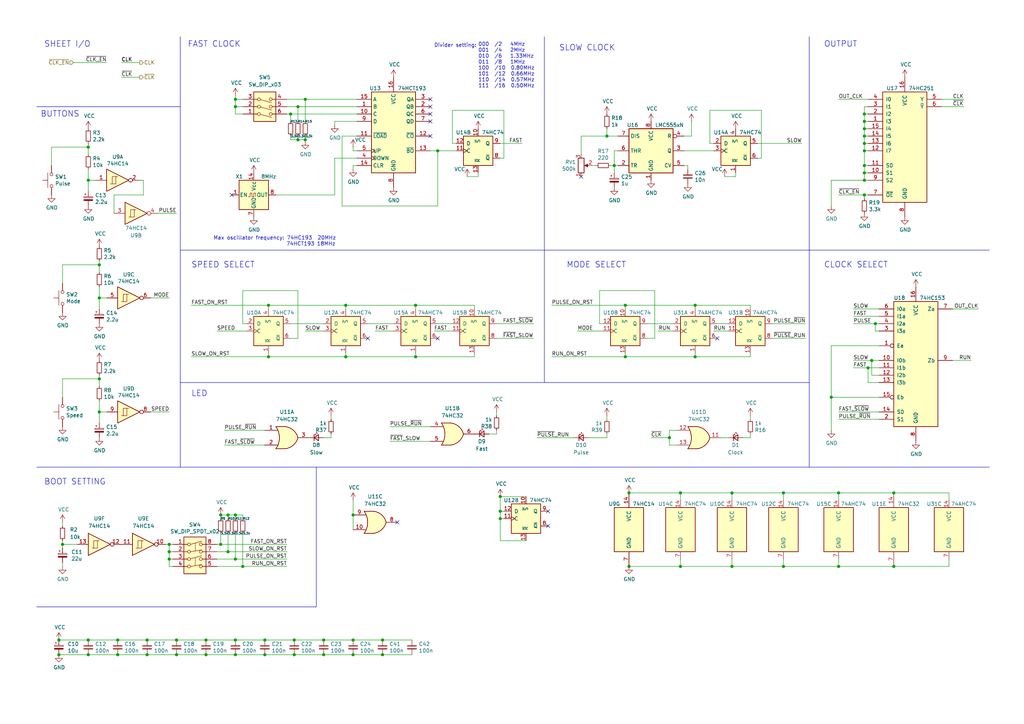
<source format=kicad_sch>
(kicad_sch (version 20250114) (generator "eeschema") (generator_version "9.0")
  (paper "User" 353.568 250.012)
  (title_block (title "Clock Module") (date "2023-05-23") (rev "A.32") (comment 2 "https://github.com/adrienkohlbecker/BB816") (comment 3 "Licensed under CERN-OHL-W v2") (comment 4 "Copyright © 2022-2023 Adrien Kohlbecker"))
  (text "OUTPUT" (at 284.48 16.51 0) (effects (font (size 2.0066 2.0066)) (justify left bottom)))
  (text "CLOCK SELECT" (at 284.48 92.71 0) (effects (font (size 2.0066 2.0066)) (justify left bottom)))
  (text "SHEET I/O" (at 15.24 16.51 0) (effects (font (size 2.0066 2.0066)) (justify left bottom)))
  (text "Max oscillator frequency: 74HC193  20MHz\n                          74HCT193 18MHz" (at 73.66 85.09 0) (effects (font (size 1.27 1.27)) (justify left bottom)))
  (text "LED" (at 66.04 137.16 0) (effects (font (size 2.0066 2.0066)) (justify left bottom)))
  (text "000  /2   4MHz\n001  /4   2MHz\n010  /6   1.33MHz\n011  /8   1MHz\n100  /10  0.80MHz\n101  /12  0.66MHz\n110  /14  0.57MHz\n111  /16  0.50MHz" (at 165.1 30.48 0) (effects (font (size 1.27 1.27)) (justify left bottom)))
  (text "BOOT SETTING" (at 15.24 167.64 0) (effects (font (size 2.0066 2.0066)) (justify left bottom)))
  (text "BUTTONS" (at 13.97 40.64 0) (effects (font (size 2.0066 2.0066)) (justify left bottom)))
  (text "Divider setting:" (at 149.86 16.51 0) (effects (font (size 1.27 1.27)) (justify left bottom)))
  (text "SLOW CLOCK" (at 193.04 17.78 0) (effects (font (size 2.0066 2.0066)) (justify left bottom)))
  (text "FAST CLOCK" (at 64.77 16.51 0) (effects (font (size 2.0066 2.0066)) (justify left bottom)))
  (text "Fast clock falling edge\n   => 2 * 10.5 ns (74AHC74) => FAST_SLOW selection bit\n   => 38 ns (74HC153) => CLK\n\nWe want the whole chain to happen \nbefore the fast clock has a rising edge\n\n=> minimum half period of the fast clock\n   2*10.5+38ns = 59ns\n=> maximum frequency of the fast clock\n   1000/59/2 = 8.47MHz" (at 364.49 50.8 0) (effects (font (size 1.27 1.27)) (justify left bottom)))
  (text "SPEED SELECT" (at 66.04 92.71 0) (effects (font (size 2.0066 2.0066)) (justify left bottom)))
  (text "MODE SELECT" (at 195.58 92.71 0) (effects (font (size 2.0066 2.0066)) (justify left bottom)))
  (text "=> overall, maximum frequency of the fast clock is 5.31MHz" (at 364.49 91.44 0) (effects (font (size 1.27 1.27)) (justify left bottom)))
  (text "Fast clock falling edge\n   => 35 ns (74HC153) => RUN\n   => 2 * 10.5 ns (74AHC74) => PULSE_RUN selection bit\n   => 38 ns (74HC153) => OUT_CLK\n\nWe want the whole chain to happen \nbefore the fast clock has a rising edge\n\n=> minimum half period of the fast clock\n   35+2*10.5+38ns = 94ns\n=> maximum frequency of the fast clock\n   1000/94/2 = 5.31MHz" (at 364.49 85.09 0) (effects (font (size 1.27 1.27)) (justify left bottom)))
  (junction (at 92.71 123.19))
  (junction (at 209.55 46.99))
  (junction (at 172.72 179.07))
  (junction (at 81.28 226.06))
  (junction (at 102.87 48.26))
  (junction (at 121.92 220.98))
  (junction (at 270.51 195.58))
  (junction (at 58.42 187.96))
  (junction (at 105.41 34.29))
  (junction (at 308.61 170.18))
  (junction (at 143.51 123.19))
  (junction (at 298.45 67.31))
  (junction (at 81.28 34.29))
  (junction (at 234.95 170.18))
  (junction (at 132.08 226.06))
  (junction (at 212.09 57.15))
  (junction (at 81.28 177.8))
  (junction (at 121.92 226.06))
  (junction (at 215.9 105.41))
  (junction (at 217.17 170.18))
  (junction (at 299.72 127))
  (junction (at 111.76 226.06))
  (junction (at 298.45 52.07))
  (junction (at 34.29 130.81))
  (junction (at 30.48 220.98))
  (junction (at 34.29 102.87))
  (junction (at 111.76 220.98))
  (junction (at 40.64 226.06))
  (junction (at 34.29 91.44))
  (junction (at 252.73 170.18))
  (junction (at 21.59 187.96))
  (junction (at 298.45 62.23))
  (junction (at 119.38 105.41))
  (junction (at 119.38 123.19))
  (junction (at 231.14 151.13))
  (junction (at 289.56 195.58))
  (junction (at 81.28 220.98))
  (junction (at 102.87 36.83))
  (junction (at 40.64 220.98))
  (junction (at 60.96 220.98))
  (junction (at 300.99 124.46))
  (junction (at 20.32 226.06))
  (junction (at 289.56 170.18))
  (junction (at 101.6 220.98))
  (junction (at 252.73 195.58))
  (junction (at 92.71 105.41))
  (junction (at 60.96 226.06))
  (junction (at 240.03 105.41))
  (junction (at 298.45 57.15))
  (junction (at 172.72 176.53))
  (junction (at 298.45 46.99))
  (junction (at 78.74 190.5))
  (junction (at 30.48 62.23))
  (junction (at 105.41 48.26))
  (junction (at 30.48 226.06))
  (junction (at 240.03 123.19))
  (junction (at 101.6 226.06))
  (junction (at 234.95 195.58))
  (junction (at 34.29 142.24))
  (junction (at 151.13 52.07))
  (junction (at 71.12 226.06))
  (junction (at 78.74 177.8))
  (junction (at 217.17 195.58))
  (junction (at 91.44 226.06))
  (junction (at 298.45 59.69))
  (junction (at 121.92 177.8))
  (junction (at 308.61 195.58))
  (junction (at 100.33 39.37))
  (junction (at 83.82 195.58))
  (junction (at 30.48 50.8))
  (junction (at 298.45 39.37))
  (junction (at 50.8 220.98))
  (junction (at 91.44 220.98))
  (junction (at 58.42 190.5))
  (junction (at 81.28 193.04))
  (junction (at 20.32 220.98))
  (junction (at 172.72 171.45))
  (junction (at 132.08 220.98))
  (junction (at 270.51 170.18))
  (junction (at 76.2 177.8))
  (junction (at 50.8 226.06))
  (junction (at 298.45 41.91))
  (junction (at 215.9 123.19))
  (junction (at 71.12 220.98))
  (junction (at 298.45 49.53))
  (junction (at 287.02 137.16))
  (junction (at 58.42 193.04))
  (junction (at 143.51 105.41))
  (junction (at 298.45 44.45))
  (junction (at 81.28 36.83))
  (junction (at 302.26 111.76))
  (junction (at 76.2 187.96))
  (no_connect (at 137.16 180.34))
  (no_connect (at 148.59 36.83))
  (no_connect (at 80.01 67.31))
  (no_connect (at 148.59 46.99))
  (no_connect (at 189.23 181.61))
  (no_connect (at 148.59 39.37))
  (no_connect (at 148.59 41.91))
  (no_connect (at 247.65 116.84))
  (no_connect (at 127 116.84))
  (no_connect (at 200.66 60.96))
  (no_connect (at 189.23 176.53))
  (no_connect (at 148.59 34.29))
  (no_connect (at 151.13 116.84))
  (wire (pts (xy 328.93 124.46) (xy 335.28 124.46)))
  (wire (pts (xy 165.1 60.96) (xy 161.29 60.96)))
  (wire (pts (xy 261.62 54.61) (xy 262.89 54.61)))
  (wire (pts (xy 302.26 111.76) (xy 302.26 114.3)))
  (wire (pts (xy 83.82 195.58) (xy 99.06 195.58)))
  (wire (pts (xy 78.74 184.15) (xy 78.74 190.5)))
  (wire (pts (xy 172.72 179.07) (xy 173.99 179.07)))
  (wire (pts (xy 77.47 148.59) (xy 91.44 148.59)))
  (wire (pts (xy 121.92 52.07) (xy 121.92 50.8)))
  (wire (pts (xy 171.45 111.76) (xy 184.15 111.76)))
  (wire (pts (xy 231.14 148.59) (xy 233.68 148.59)))
  (wire (pts (xy 298.45 67.31) (xy 299.72 67.31)))
  (wire (pts (xy 149.86 114.3) (xy 156.21 114.3)))
  (wire (pts (xy 71.12 220.98) (xy 60.96 220.98)))
  (wire (pts (xy 163.83 105.41) (xy 163.83 106.68)))
  (wire (pts (xy 102.87 48.26) (xy 105.41 48.26)))
  (wire (pts (xy 57.15 187.96) (xy 58.42 187.96)))
  (wire (pts (xy 207.01 111.76) (xy 208.28 111.76)))
  (wire (pts (xy 266.7 116.84) (xy 278.13 116.84)))
  (wire (pts (xy 92.71 106.68) (xy 92.71 105.41)))
  (wire (pts (xy 58.42 142.24) (xy 52.07 142.24)))
  (wire (pts (xy 30.48 62.23) (xy 30.48 66.04)))
  (wire (pts (xy 212.09 59.69) (xy 212.09 57.15)))
  (wire (pts (xy 74.93 190.5) (xy 78.74 190.5)))
  (wire (pts (xy 303.53 132.08) (xy 299.72 132.08)))
  (wire (pts (xy 252.73 170.18) (xy 252.73 172.72)))
  (wire (pts (xy 298.45 57.15) (xy 299.72 57.15)))
  (wire (pts (xy 100.33 111.76) (xy 111.76 111.76)))
  (wire (pts (xy 81.28 33.02) (xy 81.28 34.29)))
  (wire (pts (xy 21.59 97.79) (xy 21.59 91.44)))
  (wire (pts (xy 217.17 195.58) (xy 234.95 195.58)))
  (wire (pts (xy 302.26 111.76) (xy 303.53 111.76)))
  (wire (pts (xy 270.51 193.04) (xy 270.51 195.58)))
  (wire (pts (xy 234.95 170.18) (xy 234.95 172.72)))
  (polyline (pts (xy 62.23 132.08) (xy 279.4 132.08)))
  (wire (pts (xy 60.96 73.66) (xy 54.61 73.66)))
  (wire (pts (xy 21.59 130.81) (xy 34.29 130.81)))
  (wire (pts (xy 238.76 46.99) (xy 238.76 41.91)))
  (wire (pts (xy 298.45 49.53) (xy 299.72 49.53)))
  (wire (pts (xy 300.99 129.54) (xy 300.99 124.46)))
  (wire (pts (xy 121.92 172.72) (xy 121.92 177.8)))
  (wire (pts (xy 123.19 52.07) (xy 121.92 52.07)))
  (wire (pts (xy 132.08 226.06) (xy 142.24 226.06)))
  (wire (pts (xy 100.33 41.91) (xy 100.33 39.37)))
  (wire (pts (xy 252.73 170.18) (xy 270.51 170.18)))
  (wire (pts (xy 40.64 220.98) (xy 30.48 220.98)))
  (wire (pts (xy 17.78 50.8) (xy 30.48 50.8)))
  (wire (pts (xy 118.11 71.12) (xy 118.11 46.99)))
  (wire (pts (xy 199.39 114.3) (xy 208.28 114.3)))
  (wire (pts (xy 270.51 170.18) (xy 270.51 172.72)))
  (wire (pts (xy 74.93 187.96) (xy 76.2 187.96)))
  (wire (pts (xy 66.04 105.41) (xy 92.71 105.41)))
  (wire (pts (xy 173.99 54.61) (xy 173.99 38.1)))
  (wire (pts (xy 100.33 48.26) (xy 102.87 48.26)))
  (wire (pts (xy 212.09 52.07) (xy 212.09 57.15)))
  (wire (pts (xy 34.29 138.43) (xy 34.29 142.24)))
  (wire (pts (xy 298.45 39.37) (xy 298.45 41.91)))
  (wire (pts (xy 71.12 226.06) (xy 81.28 226.06)))
  (wire (pts (xy 30.48 50.8) (xy 30.48 53.34)))
  (wire (pts (xy 41.91 26.67) (xy 48.26 26.67)))
  (polyline (pts (xy 12.7 36.83) (xy 62.23 36.83)))
  (wire (pts (xy 252.73 195.58) (xy 234.95 195.58)))
  (wire (pts (xy 294.64 106.68) (xy 303.53 106.68)))
  (wire (pts (xy 287.02 119.38) (xy 287.02 137.16)))
  (wire (pts (xy 114.3 143.51) (xy 114.3 144.78)))
  (wire (pts (xy 134.62 152.4) (xy 148.59 152.4)))
  (wire (pts (xy 327.66 172.72) (xy 327.66 170.18)))
  (polyline (pts (xy 12.7 161.29) (xy 341.63 161.29)))
  (wire (pts (xy 270.51 170.18) (xy 289.56 170.18)))
  (wire (pts (xy 287.02 137.16) (xy 303.53 137.16)))
  (wire (pts (xy 30.48 58.42) (xy 30.48 62.23)))
  (wire (pts (xy 236.22 57.15) (xy 237.49 57.15)))
  (wire (pts (xy 21.59 186.69) (xy 21.59 187.96)))
  (wire (pts (xy 151.13 52.07) (xy 157.48 52.07)))
  (wire (pts (xy 92.71 123.19) (xy 92.71 121.92)))
  (wire (pts (xy 298.45 44.45) (xy 299.72 44.45)))
  (wire (pts (xy 100.33 39.37) (xy 123.19 39.37)))
  (wire (pts (xy 303.53 129.54) (xy 300.99 129.54)))
  (wire (pts (xy 207.01 100.33) (xy 207.01 111.76)))
  (wire (pts (xy 142.24 220.98) (xy 132.08 220.98)))
  (wire (pts (xy 121.92 226.06) (xy 132.08 226.06)))
  (wire (pts (xy 300.99 124.46) (xy 303.53 124.46)))
  (wire (pts (xy 240.03 123.19) (xy 259.08 123.19)))
  (wire (pts (xy 215.9 123.19) (xy 240.03 123.19)))
  (polyline (pts (xy 62.23 86.36) (xy 341.63 86.36)))
  (wire (pts (xy 298.45 49.53) (xy 298.45 52.07)))
  (wire (pts (xy 25.4 21.59) (xy 36.83 21.59)))
  (wire (pts (xy 39.37 73.66) (xy 39.37 67.31)))
  (wire (pts (xy 213.36 52.07) (xy 212.09 52.07)))
  (wire (pts (xy 185.42 151.13) (xy 198.12 151.13)))
  (wire (pts (xy 215.9 123.19) (xy 215.9 121.92)))
  (wire (pts (xy 156.21 49.53) (xy 157.48 49.53)))
  (wire (pts (xy 245.11 38.1) (xy 245.11 49.53)))
  (wire (pts (xy 259.08 123.19) (xy 259.08 121.92)))
  (wire (pts (xy 289.56 195.58) (xy 308.61 195.58)))
  (wire (pts (xy 172.72 54.61) (xy 173.99 54.61)))
  (wire (pts (xy 209.55 46.99) (xy 213.36 46.99)))
  (wire (pts (xy 21.59 91.44) (xy 34.29 91.44)))
  (wire (pts (xy 102.87 48.26) (xy 102.87 46.99)))
  (wire (pts (xy 81.28 184.15) (xy 81.28 193.04)))
  (wire (pts (xy 298.45 62.23) (xy 299.72 62.23)))
  (polyline (pts (xy 109.22 209.55) (xy 109.22 161.29)))
  (wire (pts (xy 115.57 41.91) (xy 115.57 43.18)))
  (wire (pts (xy 83.82 100.33) (xy 83.82 111.76)))
  (wire (pts (xy 308.61 195.58) (xy 327.66 195.58)))
  (wire (pts (xy 74.93 195.58) (xy 83.82 195.58)))
  (wire (pts (xy 143.51 105.41) (xy 163.83 105.41)))
  (wire (pts (xy 163.83 123.19) (xy 163.83 121.92)))
  (wire (pts (xy 76.2 184.15) (xy 76.2 187.96)))
  (wire (pts (xy 99.06 39.37) (xy 100.33 39.37)))
  (polyline (pts (xy 187.96 12.7) (xy 187.96 132.08)))
  (wire (pts (xy 298.45 44.45) (xy 298.45 46.99)))
  (wire (pts (xy 83.82 39.37) (xy 81.28 39.37)))
  (wire (pts (xy 34.29 102.87) (xy 34.29 106.68)))
  (wire (pts (xy 92.71 123.19) (xy 119.38 123.19)))
  (wire (pts (xy 58.42 190.5) (xy 58.42 193.04)))
  (wire (pts (xy 143.51 105.41) (xy 143.51 106.68)))
  (wire (pts (xy 298.45 36.83) (xy 299.72 36.83)))
  (wire (pts (xy 337.82 106.68) (xy 328.93 106.68)))
  (wire (pts (xy 327.66 195.58) (xy 327.66 193.04)))
  (wire (pts (xy 81.28 36.83) (xy 83.82 36.83)))
  (wire (pts (xy 60.96 226.06) (xy 71.12 226.06)))
  (wire (pts (xy 294.64 124.46) (xy 300.99 124.46)))
  (wire (pts (xy 49.53 62.23) (xy 48.26 62.23)))
  (wire (pts (xy 212.09 57.15) (xy 210.82 57.15)))
  (wire (pts (xy 209.55 149.86) (xy 209.55 151.13)))
  (wire (pts (xy 121.92 58.42) (xy 121.92 57.15)))
  (wire (pts (xy 99.06 36.83) (xy 102.87 36.83)))
  (wire (pts (xy 261.62 49.53) (xy 276.86 49.53)))
  (wire (pts (xy 21.59 194.31) (xy 21.59 195.58)))
  (wire (pts (xy 294.64 109.22) (xy 303.53 109.22)))
  (wire (pts (xy 77.47 153.67) (xy 91.44 153.67)))
  (wire (pts (xy 298.45 59.69) (xy 299.72 59.69)))
  (wire (pts (xy 121.92 220.98) (xy 111.76 220.98)))
  (wire (pts (xy 289.56 172.72) (xy 289.56 170.18)))
  (wire (pts (xy 298.45 41.91) (xy 299.72 41.91)))
  (wire (pts (xy 294.64 127) (xy 299.72 127)))
  (wire (pts (xy 262.89 38.1) (xy 245.11 38.1)))
  (wire (pts (xy 81.28 177.8) (xy 83.82 177.8)))
  (wire (pts (xy 40.64 226.06) (xy 50.8 226.06)))
  (wire (pts (xy 270.51 195.58) (xy 252.73 195.58)))
  (wire (pts (xy 17.78 57.15) (xy 17.78 50.8)))
  (wire (pts (xy 289.56 67.31) (xy 298.45 67.31)))
  (wire (pts (xy 298.45 46.99) (xy 298.45 49.53)))
  (wire (pts (xy 33.02 62.23) (xy 30.48 62.23)))
  (wire (pts (xy 226.06 116.84) (xy 226.06 100.33)))
  (wire (pts (xy 246.38 52.07) (xy 236.22 52.07)))
  (wire (pts (xy 325.12 36.83) (xy 332.74 36.83)))
  (wire (pts (xy 58.42 195.58) (xy 59.69 195.58)))
  (wire (pts (xy 81.28 226.06) (xy 91.44 226.06)))
  (wire (pts (xy 215.9 105.41) (xy 240.03 105.41)))
  (wire (pts (xy 50.8 226.06) (xy 60.96 226.06)))
  (wire (pts (xy 121.92 177.8) (xy 121.92 182.88)))
  (wire (pts (xy 81.28 220.98) (xy 71.12 220.98)))
  (wire (pts (xy 303.53 119.38) (xy 287.02 119.38)))
  (wire (pts (xy 231.14 151.13) (xy 231.14 148.59)))
  (wire (pts (xy 231.14 151.13) (xy 224.79 151.13)))
  (wire (pts (xy 299.72 132.08) (xy 299.72 127)))
  (wire (pts (xy 226.06 100.33) (xy 207.01 100.33)))
  (wire (pts (xy 91.44 220.98) (xy 81.28 220.98)))
  (wire (pts (xy 105.41 48.26) (xy 105.41 46.99)))
  (wire (pts (xy 66.04 123.19) (xy 92.71 123.19)))
  (wire (pts (xy 132.08 220.98) (xy 121.92 220.98)))
  (wire (pts (xy 240.03 105.41) (xy 259.08 105.41)))
  (wire (pts (xy 100.33 116.84) (xy 102.87 116.84)))
  (wire (pts (xy 172.72 171.45) (xy 172.72 176.53)))
  (wire (pts (xy 129.54 114.3) (xy 135.89 114.3)))
  (wire (pts (xy 58.42 187.96) (xy 59.69 187.96)))
  (wire (pts (xy 36.83 102.87) (xy 34.29 102.87)))
  (wire (pts (xy 256.54 151.13) (xy 259.08 151.13)))
  (wire (pts (xy 119.38 123.19) (xy 143.51 123.19)))
  (wire (pts (xy 298.45 52.07) (xy 298.45 57.15)))
  (wire (pts (xy 231.14 151.13) (xy 231.14 153.67)))
  (wire (pts (xy 289.56 144.78) (xy 303.53 144.78)))
  (wire (pts (xy 236.22 46.99) (xy 238.76 46.99)))
  (wire (pts (xy 143.51 123.19) (xy 163.83 123.19)))
  (wire (pts (xy 259.08 143.51) (xy 259.08 144.78)))
  (wire (pts (xy 134.62 147.32) (xy 148.59 147.32)))
  (wire (pts (xy 58.42 193.04) (xy 59.69 193.04)))
  (wire (pts (xy 99.06 34.29) (xy 105.41 34.29)))
  (wire (pts (xy 298.45 67.31) (xy 298.45 68.58)))
  (wire (pts (xy 172.72 179.07) (xy 172.72 186.69)))
  (wire (pts (xy 21.59 187.96) (xy 21.59 189.23)))
  (wire (pts (xy 254 60.96) (xy 254 59.69)))
  (wire (pts (xy 78.74 179.07) (xy 78.74 177.8)))
  (wire (pts (xy 74.93 114.3) (xy 85.09 114.3)))
  (wire (pts (xy 76.2 177.8) (xy 78.74 177.8)))
  (wire (pts (xy 58.42 190.5) (xy 58.42 187.96)))
  (wire (pts (xy 30.48 50.8) (xy 30.48 49.53)))
  (wire (pts (xy 78.74 190.5) (xy 99.06 190.5)))
  (wire (pts (xy 247.65 111.76) (xy 251.46 111.76)))
  (wire (pts (xy 115.57 41.91) (xy 123.19 41.91)))
  (wire (pts (xy 259.08 105.41) (xy 259.08 106.68)))
  (wire (pts (xy 298.45 59.69) (xy 298.45 62.23)))
  (wire (pts (xy 200.66 53.34) (xy 200.66 46.99)))
  (wire (pts (xy 151.13 71.12) (xy 118.11 71.12)))
  (wire (pts (xy 168.91 149.86) (xy 171.45 149.86)))
  (polyline (pts (xy 279.4 12.7) (xy 279.4 161.29)))
  (wire (pts (xy 34.29 91.44) (xy 34.29 90.17)))
  (wire (pts (xy 111.76 151.13) (xy 114.3 151.13)))
  (wire (pts (xy 34.29 99.06) (xy 34.29 102.87)))
  (wire (pts (xy 299.72 127) (xy 303.53 127)))
  (wire (pts (xy 289.56 170.18) (xy 308.61 170.18)))
  (wire (pts (xy 259.08 151.13) (xy 259.08 149.86)))
  (wire (pts (xy 302.26 114.3) (xy 303.53 114.3)))
  (wire (pts (xy 266.7 111.76) (xy 278.13 111.76)))
  (wire (pts (xy 100.33 48.26) (xy 100.33 46.99)))
  (wire (pts (xy 58.42 190.5) (xy 59.69 190.5)))
  (wire (pts (xy 105.41 114.3) (xy 111.76 114.3)))
  (wire (pts (xy 101.6 226.06) (xy 111.76 226.06)))
  (wire (pts (xy 289.56 34.29) (xy 299.72 34.29)))
  (wire (pts (xy 298.45 52.07) (xy 299.72 52.07)))
  (wire (pts (xy 74.93 193.04) (xy 81.28 193.04)))
  (wire (pts (xy 215.9 105.41) (xy 215.9 106.68)))
  (wire (pts (xy 209.55 143.51) (xy 209.55 144.78)))
  (wire (pts (xy 213.36 57.15) (xy 212.09 57.15)))
  (wire (pts (xy 173.99 38.1) (xy 156.21 38.1)))
  (wire (pts (xy 298.45 36.83) (xy 298.45 39.37)))
  (wire (pts (xy 21.59 187.96) (xy 26.67 187.96)))
  (wire (pts (xy 223.52 111.76) (xy 232.41 111.76)))
  (wire (pts (xy 30.48 220.98) (xy 20.32 220.98)))
  (wire (pts (xy 92.71 105.41) (xy 119.38 105.41)))
  (wire (pts (xy 102.87 100.33) (xy 83.82 100.33)))
  (wire (pts (xy 111.76 226.06) (xy 121.92 226.06)))
  (wire (pts (xy 205.74 57.15) (xy 204.47 57.15)))
  (wire (pts (xy 231.14 153.67) (xy 233.68 153.67)))
  (wire (pts (xy 203.2 151.13) (xy 209.55 151.13)))
  (wire (pts (xy 81.28 177.8) (xy 81.28 179.07)))
  (wire (pts (xy 252.73 193.04) (xy 252.73 195.58)))
  (wire (pts (xy 81.28 193.04) (xy 99.06 193.04)))
  (wire (pts (xy 234.95 195.58) (xy 234.95 193.04)))
  (wire (pts (xy 172.72 176.53) (xy 172.72 179.07)))
  (wire (pts (xy 217.17 170.18) (xy 234.95 170.18)))
  (wire (pts (xy 95.25 67.31) (xy 115.57 67.31)))
  (wire (pts (xy 118.11 46.99) (xy 123.19 46.99)))
  (wire (pts (xy 262.89 54.61) (xy 262.89 38.1)))
  (wire (pts (xy 121.92 57.15) (xy 123.19 57.15)))
  (polyline (pts (xy 62.23 12.7) (xy 62.23 161.29)))
  (wire (pts (xy 209.55 44.45) (xy 209.55 46.99)))
  (wire (pts (xy 298.45 39.37) (xy 299.72 39.37)))
  (wire (pts (xy 101.6 220.98) (xy 91.44 220.98)))
  (wire (pts (xy 115.57 54.61) (xy 115.57 67.31)))
  (wire (pts (xy 298.45 62.23) (xy 287.02 62.23)))
  (wire (pts (xy 34.29 142.24) (xy 34.29 146.05)))
  (wire (pts (xy 50.8 220.98) (xy 40.64 220.98)))
  (wire (pts (xy 83.82 111.76) (xy 85.09 111.76)))
  (wire (pts (xy 251.46 151.13) (xy 248.92 151.13)))
  (wire (pts (xy 115.57 54.61) (xy 123.19 54.61)))
  (wire (pts (xy 91.44 226.06) (xy 101.6 226.06)))
  (wire (pts (xy 119.38 105.41) (xy 119.38 106.68)))
  (polyline (pts (xy 12.7 209.55) (xy 109.22 209.55)))
  (wire (pts (xy 173.99 176.53) (xy 172.72 176.53)))
  (wire (pts (xy 78.74 177.8) (xy 81.28 177.8)))
  (wire (pts (xy 111.76 220.98) (xy 101.6 220.98)))
  (wire (pts (xy 223.52 116.84) (xy 226.06 116.84)))
  (wire (pts (xy 34.29 130.81) (xy 34.29 133.35)))
  (wire (pts (xy 240.03 105.41) (xy 240.03 106.68)))
  (wire (pts (xy 171.45 116.84) (xy 184.15 116.84)))
  (wire (pts (xy 34.29 130.81) (xy 34.29 129.54)))
  (wire (pts (xy 58.42 193.04) (xy 58.42 195.58)))
  (wire (pts (xy 245.11 49.53) (xy 246.38 49.53)))
  (wire (pts (xy 246.38 114.3) (xy 251.46 114.3)))
  (wire (pts (xy 119.38 123.19) (xy 119.38 121.92)))
  (wire (pts (xy 298.45 46.99) (xy 299.72 46.99)))
  (wire (pts (xy 119.38 105.41) (xy 143.51 105.41)))
  (wire (pts (xy 83.82 34.29) (xy 81.28 34.29)))
  (wire (pts (xy 151.13 111.76) (xy 156.21 111.76)))
  (wire (pts (xy 30.48 226.06) (xy 40.64 226.06)))
  (wire (pts (xy 298.45 57.15) (xy 298.45 59.69)))
  (wire (pts (xy 36.83 142.24) (xy 34.29 142.24)))
  (wire (pts (xy 49.53 67.31) (xy 49.53 62.23)))
  (wire (pts (xy 227.33 114.3) (xy 232.41 114.3)))
  (wire (pts (xy 240.03 123.19) (xy 240.03 121.92)))
  (wire (pts (xy 172.72 186.69) (xy 181.61 186.69)))
  (wire (pts (xy 327.66 170.18) (xy 308.61 170.18)))
  (wire (pts (xy 172.72 49.53) (xy 180.34 49.53)))
  (wire (pts (xy 270.51 195.58) (xy 289.56 195.58)))
  (wire (pts (xy 143.51 123.19) (xy 143.51 121.92)))
  (wire (pts (xy 60.96 220.98) (xy 50.8 220.98)))
  (wire (pts (xy 148.59 52.07) (xy 151.13 52.07)))
  (wire (pts (xy 102.87 41.91) (xy 102.87 36.83)))
  (wire (pts (xy 102.87 36.83) (xy 123.19 36.83)))
  (wire (pts (xy 151.13 52.07) (xy 151.13 71.12)))
  (wire (pts (xy 254 60.96) (xy 250.19 60.96)))
  (wire (pts (xy 21.59 180.34) (xy 21.59 181.61)))
  (wire (pts (xy 190.5 123.19) (xy 215.9 123.19)))
  (wire (pts (xy 127 111.76) (xy 135.89 111.76)))
  (wire (pts (xy 325.12 34.29) (xy 332.74 34.29)))
  (wire (pts (xy 41.91 21.59) (xy 48.26 21.59)))
  (wire (pts (xy 102.87 116.84) (xy 102.87 100.33)))
  (wire (pts (xy 39.37 67.31) (xy 49.53 67.31)))
  (wire (pts (xy 114.3 149.86) (xy 114.3 151.13)))
  (wire (pts (xy 171.45 148.59) (xy 171.45 149.86)))
  (wire (pts (xy 234.95 170.18) (xy 252.73 170.18)))
  (wire (pts (xy 303.53 142.24) (xy 289.56 142.24)))
  (wire (pts (xy 83.82 184.15) (xy 83.82 195.58)))
  (wire (pts (xy 105.41 48.895) (xy 105.41 48.26)))
  (wire (pts (xy 34.29 91.44) (xy 34.29 93.98)))
  (wire (pts (xy 190.5 105.41) (xy 215.9 105.41)))
  (wire (pts (xy 294.64 111.76) (xy 302.26 111.76)))
  (wire (pts (xy 76.2 179.07) (xy 76.2 177.8)))
  (wire (pts (xy 105.41 34.29) (xy 123.19 34.29)))
  (wire (pts (xy 81.28 36.83) (xy 81.28 39.37)))
  (wire (pts (xy 76.2 187.96) (xy 99.06 187.96)))
  (wire (pts (xy 105.41 41.91) (xy 105.41 34.29)))
  (wire (pts (xy 21.59 137.16) (xy 21.59 130.81)))
  (wire (pts (xy 83.82 177.8) (xy 83.82 179.07)))
  (wire (pts (xy 287.02 62.23) (xy 287.02 71.12)))
  (wire (pts (xy 298.45 41.91) (xy 298.45 44.45)))
  (wire (pts (xy 156.21 38.1) (xy 156.21 49.53)))
  (wire (pts (xy 237.49 57.15) (xy 237.49 58.42)))
  (wire (pts (xy 20.32 226.06) (xy 30.48 226.06)))
  (wire (pts (xy 171.45 142.24) (xy 171.45 143.51)))
  (wire (pts (xy 58.42 102.87) (xy 52.07 102.87)))
  (wire (pts (xy 289.56 195.58) (xy 289.56 193.04)))
  (wire (pts (xy 165.1 60.96) (xy 165.1 59.69)))
  (wire (pts (xy 287.02 137.16) (xy 287.02 148.59)))
  (wire (pts (xy 81.28 34.29) (xy 81.28 36.83)))
  (wire (pts (xy 181.61 171.45) (xy 172.72 171.45)))
  (wire (pts (xy 200.66 46.99) (xy 209.55 46.99)))
  (label "~{CLK}" (at 332.74 36.83 180))
  (label "CLK" (at 332.74 34.29 180))
  (label "PULSE_~{RUN}" (at 289.56 144.78 0))
  (label "SLOW_ON_RST" (at 99.06 190.5 180))
  (label "RUN" (at 227.33 114.3 0))
  (label "FAST_ON_RST" (at 66.04 105.41 0))
  (label "SLOW" (at 276.86 49.53 180))
  (label "PULSE" (at 294.64 111.76 0))
  (label "PULSE_~{RUN}" (at 77.47 148.59 0))
  (label "SPEED" (at 74.93 114.3 0))
  (label "~{FAST}_SLOW" (at 184.15 116.84 180))
  (label "OUT_CLK" (at 337.82 106.68 180))
  (label "OUT_CLK" (at 289.56 34.29 0))
  (label "~{CLK}" (at 41.91 26.67 0))
  (label "FAST_~{SLOW}" (at 77.47 153.67 0))
  (label "SLOW" (at 294.64 124.46 0))
  (label "FAST_~{SLOW}" (at 184.15 111.76 180))
  (label "~{CLK_EN}" (at 36.83 21.59 180))
  (label "SPEED" (at 58.42 142.24 180))
  (label "~{PULSE}_RUN" (at 185.42 151.13 0))
  (label "FAST" (at 294.64 127 0))
  (label "PULSE" (at 60.96 73.66 180))
  (label "FAST_~{SLOW}" (at 289.56 142.24 0))
  (label "PULSE_ON_RST" (at 99.06 193.04 180))
  (label "FAST_ON_RST" (at 99.06 187.96 180))
  (label "RUN_ON_RST" (at 99.06 195.58 180))
  (label "SLOW" (at 105.41 114.3 0))
  (label "FAST" (at 294.64 109.22 0))
  (label "RUN_ON_RST" (at 190.5 123.19 0))
  (label "~{PULSE}_RUN" (at 278.13 116.84 180))
  (label "PULSE_~{RUN}" (at 278.13 111.76 180))
  (label "CLK" (at 41.91 21.59 0))
  (label "PULSE_ON_RST" (at 190.5 105.41 0))
  (label "MODE" (at 199.39 114.3 0))
  (label "PULSE_~{RUN}" (at 134.62 147.32 0))
  (label "MODE" (at 58.42 102.87 180))
  (label "~{CLK}" (at 224.79 151.13 0))
  (label "FAST" (at 129.54 114.3 0))
  (label "RUN" (at 246.38 114.3 0))
  (label "RUN" (at 335.28 124.46 180))
  (label "SLOW_ON_RST" (at 66.04 123.19 0))
  (label "~{CLK_EN}" (at 289.56 67.31 0))
  (label "FAST" (at 149.86 114.3 0))
  (label "~{FAST}_SLOW" (at 134.62 152.4 0))
  (label "FAST" (at 180.34 49.53 180))
  (label "SLOW" (at 294.64 106.68 0))
  (label "CLK" (at 41.91 21.59 0))
  (hierarchical_label "~{CLK_EN}" (shape input) (at 25.4 21.59 180))
  (hierarchical_label "~{CLK}" (shape output) (at 48.26 26.67 0))
  (hierarchical_label "CLK" (shape output) (at 48.26 21.59 0))
  (symbol (lib_id "power:GND") (at 21.59 107.95 0) (unit 1)
    (property "Reference" "#PWR024" (effects (hide yes)))
    (property "Value" "GND" (at 21.717 112.3442 0))
  )
  (symbol (lib_id "power:GND") (at 34.29 111.76 0) (unit 1)
    (property "Reference" "#PWR031" (effects (hide yes)))
    (property "Value" "GND" (at 34.417 116.1542 0))
  )
  (symbol (lib_id "Switch:SW_Push") (at 21.59 102.87 90) (unit 1)
    (property "Reference" "SW2" (at 22.8092 101.7016 90) (effects (justify right)))
    (property "Value" "Mode" (at 22.8092 104.013 90) (effects (justify right)))
  )
  (symbol (lib_id "power:VCC") (at 34.29 85.09 0) (unit 1)
    (property "Reference" "#PWR030" (effects (hide yes)))
    (property "Value" "VCC" (at 34.671 80.6958 0))
  )
  (symbol (lib_id "74xx:74LS14") (at 44.45 102.87 0) (unit 3)
    (property "Reference" "U9" (at 44.45 94.8182 0))
    (property "Value" "74HC14" (at 44.45 97.1296 0))
    (property "Datasheet" "https://www.ti.com/lit/ds/symlink/sn74hc14.pdf" (effects (hide yes)))
  )
  (symbol (lib_id "Device:C_Polarized_Small") (at 34.29 109.22 0) (unit 1)
    (property "Reference" "C14" (at 36.6268 108.0516 0) (effects (justify left)))
    (property "Value" "2.2u" (at 36.6268 110.363 0) (effects (justify left)))
  )
  (symbol (lib_id "Device:R_Small") (at 34.29 96.52 0) (unit 1)
    (property "Reference" "R6" (at 35.7886 95.3516 0) (effects (justify left)))
    (property "Value" "10k" (at 35.7886 97.663 0) (effects (justify left)))
  )
  (symbol (lib_id "Device:R_Small") (at 34.29 87.63 0) (unit 1)
    (property "Reference" "R5" (at 35.7886 86.4616 0) (effects (justify left)))
    (property "Value" "2.2k" (at 35.7886 88.773 0) (effects (justify left)))
  )
  (symbol (lib_id "power:GND") (at 21.59 147.32 0) (unit 1)
    (property "Reference" "#PWR025" (effects (hide yes)))
    (property "Value" "GND" (at 21.717 151.7142 0))
  )
  (symbol (lib_id "power:GND") (at 34.29 151.13 0) (unit 1)
    (property "Reference" "#PWR033" (effects (hide yes)))
    (property "Value" "GND" (at 34.417 155.5242 0))
  )
  (symbol (lib_id "Switch:SW_Push") (at 21.59 142.24 90) (unit 1)
    (property "Reference" "SW3" (at 22.8092 141.0716 90) (effects (justify right)))
    (property "Value" "Speed" (at 22.8092 143.383 90) (effects (justify right)))
  )
  (symbol (lib_id "power:VCC") (at 34.29 124.46 0) (unit 1)
    (property "Reference" "#PWR032" (effects (hide yes)))
    (property "Value" "VCC" (at 34.671 120.0658 0))
  )
  (symbol (lib_id "74xx:74LS14") (at 46.99 73.66 0) (unit 2)
    (property "Reference" "U9" (at 46.99 81.28 0))
    (property "Value" "74HC14" (at 46.99 78.74 0))
    (property "Datasheet" "https://www.ti.com/lit/ds/symlink/sn74hc14.pdf" (effects (hide yes)))
  )
  (symbol (lib_id "Device:C_Polarized_Small") (at 34.29 148.59 0) (unit 1)
    (property "Reference" "C15" (at 36.6268 147.4216 0) (effects (justify left)))
    (property "Value" "2.2u" (at 36.6268 149.733 0) (effects (justify left)))
  )
  (symbol (lib_id "Device:R_Small") (at 34.29 135.89 0) (unit 1)
    (property "Reference" "R8" (at 35.7886 134.7216 0) (effects (justify left)))
    (property "Value" "10k" (at 35.7886 137.033 0) (effects (justify left)))
  )
  (symbol (lib_id "Device:R_Small") (at 34.29 127 0) (unit 1)
    (property "Reference" "R7" (at 35.7886 125.8316 0) (effects (justify left)))
    (property "Value" "2.2k" (at 35.7886 128.143 0) (effects (justify left)))
  )
  (symbol (lib_id "74xx:74LS74") (at 92.71 114.3 0) (unit 1)
    (property "Reference" "U10" (at 87.63 107.95 0))
    (property "Value" "74HC74" (at 97.79 107.95 0))
    (property "Datasheet" "https://www.ti.com/lit/ds/symlink/sn74hc74.pdf" (effects (hide yes)))
  )
  (symbol (lib_id "74xx:74LS74") (at 215.9 114.3 0) (unit 2)
    (property "Reference" "U10" (at 210.82 107.95 0))
    (property "Value" "74HC74" (at 220.98 107.95 0))
    (property "Datasheet" "https://www.ti.com/lit/ds/symlink/sn74hc74.pdf" (effects (hide yes)))
  )
  (symbol (lib_id "74xx:74LS193") (at 135.89 44.45 0) (unit 1)
    (property "Reference" "U13" (at 129.54 30.48 0))
    (property "Value" "74HCT193" (at 142.24 30.48 0))
    (property "Datasheet" "https://www.ti.com/lit/ds/symlink/cd54hc193.pdf" (effects (hide yes)))
  )
  (symbol (lib_id "Device:C_Small") (at 71.12 223.52 0) (unit 1)
    (property "Reference" "C19" (at 73.4568 222.3516 0) (effects (justify left)))
    (property "Value" "100n" (at 73.4568 224.663 0) (effects (justify left)))
  )
  (symbol (lib_id "Device:C_Small") (at 81.28 223.52 0) (unit 1)
    (property "Reference" "C20" (at 83.6168 222.3516 0) (effects (justify left)))
    (property "Value" "100n" (at 83.6168 224.663 0) (effects (justify left)))
  )
  (symbol (lib_id "74xx:74LS74") (at 165.1 52.07 0) (unit 2)
    (property "Reference" "U14" (at 160.02 45.72 0))
    (property "Value" "74HC74" (at 170.18 45.72 0))
    (property "Datasheet" "https://www.ti.com/lit/ds/symlink/sn74hc74.pdf" (effects (hide yes)))
  )
  (symbol (lib_id "power:VCC") (at 135.89 26.67 0) (unit 1)
    (property "Reference" "#PWR045" (effects (hide yes)))
    (property "Value" "VCC" (at 136.271 22.2758 0))
  )
  (symbol (lib_id "power:GND") (at 135.89 64.77 0) (unit 1)
    (property "Reference" "#PWR046" (effects (hide yes)))
    (property "Value" "GND" (at 136.017 69.1642 0))
  )
  (symbol (lib_id "power:VCC") (at 121.92 50.8 0) (unit 1)
    (property "Reference" "#PWR043" (effects (hide yes)))
    (property "Value" "VCC" (at 124.46 48.26 0))
  )
  (symbol (lib_id "power:GND") (at 121.92 58.42 0) (unit 1)
    (property "Reference" "#PWR044" (effects (hide yes)))
    (property "Value" "GND" (at 122.047 62.8142 0))
  )
  (symbol (lib_id "Oscillator:CXO_DIP14") (at 87.63 67.31 0) (unit 1)
    (property "Reference" "X1" (at 81.28 60.96 0) (effects (justify left)))
    (property "Value" "8MHz" (at 90.17 60.96 0) (effects (justify left)))
    (property "Footprint" "Oscillator:Oscillator_DIP-14" (effects (hide yes)))
    (property "Datasheet" "https://cdn-reichelt.de/documents/datenblatt/B400/OSZI.pdf" (effects (hide yes)))
  )
  (symbol (lib_id "power:VCC") (at 87.63 59.69 0) (unit 1)
    (property "Reference" "#PWR035" (effects (hide yes)))
    (property "Value" "VCC" (at 88.011 55.2958 0))
  )
  (symbol (lib_id "power:GND") (at 87.63 74.93 0) (unit 1)
    (property "Reference" "#PWR036" (effects (hide yes)))
    (property "Value" "GND" (at 87.757 79.3242 0))
  )
  (symbol (lib_id "BB816:LMC555xN") (at 224.79 52.07 0) (unit 1)
    (property "Reference" "U16" (at 218.44 43.18 0))
    (property "Value" "LMC555xN" (at 231.14 43.18 0))
    (property "Footprint" "Package_DIP:DIP-8_W7.62mm" (effects (hide yes)))
    (property "Datasheet" "http://www.ti.com/lit/ds/symlink/lmc555.pdf" (effects (hide yes)))
  )
  (symbol (lib_id "power:VCC") (at 224.79 41.91 0) (unit 1)
    (property "Reference" "#PWR055" (effects (hide yes)))
    (property "Value" "VCC" (at 225.171 37.5158 0))
  )
  (symbol (lib_id "power:GND") (at 224.79 62.23 0) (unit 1)
    (property "Reference" "#PWR056" (effects (hide yes)))
    (property "Value" "GND" (at 224.917 66.6242 0))
  )
  (symbol (lib_id "power:VCC") (at 238.76 41.91 0) (unit 1)
    (property "Reference" "#PWR058" (effects (hide yes)))
    (property "Value" "VCC" (at 239.141 37.5158 0))
  )
  (symbol (lib_id "Device:R_Small") (at 209.55 41.91 0) (unit 1)
    (property "Reference" "R18" (at 211.0486 40.7416 0) (effects (justify left)))
    (property "Value" "1k" (at 211.0486 43.053 0) (effects (justify left)))
  )
  (symbol (lib_id "power:VCC") (at 209.55 39.37 0) (unit 1)
    (property "Reference" "#PWR051" (effects (hide yes)))
    (property "Value" "VCC" (at 209.931 34.9758 0))
  )
  (symbol (lib_id "Device:R_Small") (at 208.28 57.15 90) (unit 1)
    (property "Reference" "R17" (at 208.28 52.1716 90))
    (property "Value" "220" (at 208.28 54.483 90))
  )
  (symbol (lib_id "Device:R_Potentiometer") (at 200.66 57.15 0) (mirror x) (unit 1)
    (property "Reference" "RV1" (at 198.9074 55.9816 0) (effects (justify right)))
    (property "Value" "500k" (at 198.9074 58.293 0) (effects (justify right)))
  )
  (symbol (lib_id "Device:C_Small") (at 237.49 60.96 0) (unit 1)
    (property "Reference" "C26" (at 239.8268 59.7916 0) (effects (justify left)))
    (property "Value" "10n" (at 239.8268 62.103 0) (effects (justify left)))
  )
  (symbol (lib_id "power:GND") (at 237.49 63.5 0) (unit 1)
    (property "Reference" "#PWR057" (effects (hide yes)))
    (property "Value" "GND" (at 237.617 67.8942 0))
  )
  (symbol (lib_id "Device:C_Polarized_Small") (at 212.09 62.23 0) (unit 1)
    (property "Reference" "C25" (at 214.4268 61.0616 0) (effects (justify left)))
    (property "Value" "1u" (at 214.4268 63.373 0) (effects (justify left)))
  )
  (symbol (lib_id "power:GND") (at 212.09 64.77 0) (unit 1)
    (property "Reference" "#PWR052" (effects (hide yes)))
    (property "Value" "GND" (at 212.217 69.1642 0))
  )
  (symbol (lib_id "power:VCC") (at 81.28 33.02 0) (unit 1)
    (property "Reference" "#PWR034" (effects (hide yes)))
    (property "Value" "VCC" (at 81.661 28.6258 0))
  )
  (symbol (lib_id "74xx:74LS74") (at 252.73 182.88 0) (unit 3)
    (property "Reference" "U10" (at 247.65 173.99 0))
    (property "Value" "74HC74" (at 257.81 173.99 0))
    (property "Datasheet" "https://www.ti.com/lit/ds/symlink/sn74hc74.pdf" (effects (hide yes)))
  )
  (symbol (lib_id "74xx:74LS14") (at 40.64 62.23 0) (unit 1)
    (property "Reference" "U9" (at 40.64 54.1782 0))
    (property "Value" "74HC14" (at 40.64 56.4896 0))
    (property "Datasheet" "https://www.ti.com/lit/ds/symlink/sn74hc14.pdf" (effects (hide yes)))
  )
  (symbol (lib_id "Device:C_Polarized_Small") (at 30.48 68.58 0) (unit 1)
    (property "Reference" "C13" (at 32.8168 67.4116 0) (effects (justify left)))
    (property "Value" "2.2u" (at 32.8168 69.723 0) (effects (justify left)))
  )
  (symbol (lib_id "Device:R_Small") (at 30.48 55.88 0) (unit 1)
    (property "Reference" "R4" (at 31.9786 54.7116 0) (effects (justify left)))
    (property "Value" "10k" (at 31.9786 57.023 0) (effects (justify left)))
  )
  (symbol (lib_id "Device:R_Small") (at 30.48 46.99 0) (unit 1)
    (property "Reference" "R3" (at 31.9786 45.8216 0) (effects (justify left)))
    (property "Value" "2.2k" (at 31.9786 48.133 0) (effects (justify left)))
  )
  (symbol (lib_id "Switch:SW_Push") (at 17.78 62.23 90) (unit 1)
    (property "Reference" "SW1" (at 18.9992 61.0616 90) (effects (justify right)))
    (property "Value" "Pulse" (at 18.9992 63.373 90) (effects (justify right)))
  )
  (symbol (lib_id "power:GND") (at 17.78 67.31 0) (unit 1)
    (property "Reference" "#PWR023" (effects (hide yes)))
    (property "Value" "GND" (at 17.907 71.7042 0))
  )
  (symbol (lib_id "power:GND") (at 30.48 71.12 0) (unit 1)
    (property "Reference" "#PWR029" (effects (hide yes)))
    (property "Value" "GND" (at 30.607 75.5142 0))
  )
  (symbol (lib_id "power:VCC") (at 30.48 44.45 0) (unit 1)
    (property "Reference" "#PWR028" (effects (hide yes)))
    (property "Value" "VCC" (at 30.861 40.0558 0))
  )
  (symbol (lib_id "74xx:74LS14") (at 44.45 142.24 0) (unit 4)
    (property "Reference" "U9" (at 44.45 134.1882 0))
    (property "Value" "74HC14" (at 44.45 136.4996 0))
    (property "Datasheet" "https://www.ti.com/lit/ds/symlink/sn74hc14.pdf" (effects (hide yes)))
  )
  (symbol (lib_id "74xx:74LS14") (at 49.53 187.96 0) (unit 5)
    (property "Reference" "U9" (at 49.53 179.07 0))
    (property "Value" "74HC14" (at 49.53 181.61 0))
    (property "Datasheet" "https://www.ti.com/lit/ds/symlink/sn74hc14.pdf" (effects (hide yes)))
  )
  (symbol (lib_id "74xx:74LS14") (at 34.29 187.96 0) (unit 6)
    (property "Reference" "U9" (at 34.29 179.07 0))
    (property "Value" "74HC14" (at 34.29 181.61 0))
    (property "Datasheet" "https://www.ti.com/lit/ds/symlink/sn74hc14.pdf" (effects (hide yes)))
  )
  (symbol (lib_id "74xx:74LS14") (at 217.17 182.88 0) (unit 7)
    (property "Reference" "U9" (at 212.09 173.99 0))
    (property "Value" "74HC14" (at 222.25 173.99 0))
    (property "Datasheet" "https://www.ti.com/lit/ds/symlink/sn74hc14.pdf" (effects (hide yes)))
  )
  (symbol (lib_id "74xx:74LS74") (at 254 52.07 0) (unit 1)
    (property "Reference" "U14" (at 248.92 45.72 0))
    (property "Value" "74HC74" (at 259.08 45.72 0))
    (property "Datasheet" "https://www.ti.com/lit/ds/symlink/sn74hc74.pdf" (effects (hide yes)))
  )
  (symbol (lib_id "power:VCC") (at 217.17 170.18 0) (unit 1)
    (property "Reference" "#PWR053" (effects (hide yes)))
    (property "Value" "VCC" (at 217.551 165.7858 0))
  )
  (symbol (lib_id "power:GND") (at 217.17 195.58 0) (unit 1)
    (property "Reference" "#PWR054" (effects (hide yes)))
    (property "Value" "GND" (at 217.297 199.9742 0))
  )
  (symbol (lib_id "Device:C_Small") (at 30.48 223.52 0) (unit 1)
    (property "Reference" "C12" (at 32.8168 222.3516 0) (effects (justify left)))
    (property "Value" "100n" (at 32.8168 224.663 0) (effects (justify left)))
  )
  (symbol (lib_id "74xx:74LS74") (at 234.95 182.88 0) (unit 3)
    (property "Reference" "U14" (at 229.87 173.99 0))
    (property "Value" "74HC74" (at 240.03 173.99 0))
    (property "Datasheet" "https://www.ti.com/lit/ds/symlink/sn74hc74.pdf" (effects (hide yes)))
  )
  (symbol (lib_id "Device:C_Small") (at 40.64 223.52 0) (unit 1)
    (property "Reference" "C16" (at 42.9768 222.3516 0) (effects (justify left)))
    (property "Value" "100n" (at 42.9768 224.663 0) (effects (justify left)))
  )
  (symbol (lib_id "Device:C_Small") (at 50.8 223.52 0) (unit 1)
    (property "Reference" "C17" (at 53.1368 222.3516 0) (effects (justify left)))
    (property "Value" "100n" (at 53.1368 224.663 0) (effects (justify left)))
  )
  (symbol (lib_id "Device:C_Small") (at 60.96 223.52 0) (unit 1)
    (property "Reference" "C18" (at 63.2968 222.3516 0) (effects (justify left)))
    (property "Value" "100n" (at 63.2968 224.663 0) (effects (justify left)))
  )
  (symbol (lib_id "power:VCC") (at 20.32 220.98 0) (unit 1)
    (property "Reference" "#PWR021" (effects (hide yes)))
    (property "Value" "VCC" (at 20.701 216.5858 0))
  )
  (symbol (lib_id "power:GND") (at 20.32 226.06 0) (unit 1)
    (property "Reference" "#PWR022" (effects (hide yes)))
    (property "Value" "GND" (at 20.447 230.4542 0))
  )
  (symbol (lib_id "Device:C_Polarized_Small") (at 20.32 223.52 0) (unit 1)
    (property "Reference" "C10" (at 23.3172 222.3516 0) (effects (justify left)))
    (property "Value" "10u" (at 23.3172 224.663 0) (effects (justify left)))
  )
  (symbol (lib_id "power:GND") (at 105.41 48.895 0) (unit 1)
    (property "Reference" "#PWR038" (effects (hide yes)))
    (property "Value" "GND" (at 105.537 53.2892 0))
  )
  (symbol (lib_id "power:VCC") (at 312.42 26.67 0) (unit 1)
    (property "Reference" "#PWR063" (effects (hide yes)))
    (property "Value" "VCC" (at 312.801 22.2758 0))
  )
  (symbol (lib_id "power:GND") (at 312.42 74.93 0) (unit 1)
    (property "Reference" "#PWR064" (effects (hide yes)))
    (property "Value" "GND" (at 312.547 79.3242 0))
  )
  (symbol (lib_id "power:VCC") (at 161.29 60.96 0) (unit 1)
    (property "Reference" "#PWR048" (effects (hide yes)))
    (property "Value" "VCC" (at 158.75 58.42 0))
  )
  (symbol (lib_id "power:VCC") (at 250.19 60.96 0) (unit 1)
    (property "Reference" "#PWR059" (effects (hide yes)))
    (property "Value" "VCC" (at 247.65 58.42 0))
  )
  (symbol (lib_id "power:VCC") (at 165.1 44.45 0) (unit 1)
    (property "Reference" "#PWR049" (effects (hide yes)))
    (property "Value" "VCC" (at 165.481 40.0558 0))
  )
  (symbol (lib_id "power:VCC") (at 254 44.45 0) (unit 1)
    (property "Reference" "#PWR060" (effects (hide yes)))
    (property "Value" "VCC" (at 254.381 40.0558 0))
  )
  (symbol (lib_id "Device:C_Small") (at 91.44 223.52 0) (unit 1)
    (property "Reference" "C21" (at 93.7768 222.3516 0) (effects (justify left)))
    (property "Value" "100n" (at 93.7768 224.663 0) (effects (justify left)))
  )
  (symbol (lib_id "Device:LED_Small") (at 254 151.13 0) (unit 1)
    (property "Reference" "D1" (at 254 153.67 0))
    (property "Value" "Clock" (at 254 156.21 0))
  )
  (symbol (lib_id "Device:R_Small") (at 259.08 147.32 0) (mirror y) (unit 1)
    (property "Reference" "R16" (at 260.5786 148.4884 0) (effects (justify right)))
    (property "Value" "1k" (at 260.5786 146.177 0) (effects (justify right)))
  )
  (symbol (lib_id "Device:C_Small") (at 101.6 223.52 0) (unit 1)
    (property "Reference" "C22" (at 103.9368 222.3516 0) (effects (justify left)))
    (property "Value" "100n" (at 103.9368 224.663 0) (effects (justify left)))
  )
  (symbol (lib_id "Device:R_Small") (at 76.2 181.61 180) (unit 1)
    (property "Reference" "R9" (at 76.2 179.07 0) (effects (font (size 0.762 0.762)) (justify right)))
    (property "Value" "3.3k" (at 76.2 184.15 0) (effects (font (size 0.762 0.762)) (justify right)))
  )
  (symbol (lib_id "Device:R_Small") (at 78.74 181.61 180) (unit 1)
    (property "Reference" "R10" (at 78.74 179.07 0) (effects (font (size 0.762 0.762)) (justify right)))
    (property "Value" "3.3k" (at 78.74 184.15 0) (effects (font (size 0.762 0.762)) (justify right)))
  )
  (symbol (lib_id "Device:R_Small") (at 81.28 181.61 180) (unit 1)
    (property "Reference" "R11" (at 81.28 179.07 0) (effects (font (size 0.762 0.762)) (justify right)))
    (property "Value" "3.3k" (at 81.28 184.15 0) (effects (font (size 0.762 0.762)) (justify right)))
  )
  (symbol (lib_id "Device:R_Small") (at 83.82 181.61 180) (unit 1)
    (property "Reference" "R12" (at 83.82 179.07 0) (effects (font (size 0.762 0.762)) (justify right)))
    (property "Value" "3.3k" (at 83.82 184.15 0) (effects (font (size 0.762 0.762)) (justify right)))
  )
  (symbol (lib_id "Device:R_Small") (at 100.33 44.45 180) (unit 1)
    (property "Reference" "R13" (at 100.33 41.91 0) (effects (font (size 0.762 0.762)) (justify right)))
    (property "Value" "3.3k" (at 100.33 46.99 0) (effects (font (size 0.762 0.762)) (justify right)))
  )
  (symbol (lib_id "Device:R_Small") (at 102.87 44.45 180) (unit 1)
    (property "Reference" "R14" (at 102.87 41.91 0) (effects (font (size 0.762 0.762)) (justify right)))
    (property "Value" "3.3k" (at 102.87 46.99 0) (effects (font (size 0.762 0.762)) (justify right)))
  )
  (symbol (lib_id "Device:R_Small") (at 105.41 44.45 180) (unit 1)
    (property "Reference" "R15" (at 105.41 41.91 0) (effects (font (size 0.762 0.762)) (justify right)))
    (property "Value" "3.3k" (at 105.41 46.99 0) (effects (font (size 0.762 0.762)) (justify right)))
  )
  (symbol (lib_id "power:VCC") (at 316.23 99.06 0) (unit 1)
    (property "Reference" "#PWR065" (effects (hide yes)))
    (property "Value" "VCC" (at 316.611 94.6658 0))
  )
  (symbol (lib_id "power:GND") (at 316.23 152.4 0) (unit 1)
    (property "Reference" "#PWR066" (effects (hide yes)))
    (property "Value" "GND" (at 316.357 156.7942 0))
  )
  (symbol (lib_id "BB816:SW_DIP_SPDT_x02") (at 67.31 193.04 0) (unit 1)
    (property "Reference" "SW4" (at 67.31 181.1782 0))
    (property "Value" "SW_DIP_SPDT_x02" (at 67.31 183.4896 0))
  )
  (symbol (lib_id "power:VCC") (at 76.2 177.8 0) (unit 1)
    (property "Reference" "#PWR037" (effects (hide yes)))
    (property "Value" "VCC" (at 76.581 173.4058 0))
  )
  (symbol (lib_id "Device:C_Small") (at 111.76 223.52 0) (unit 1)
    (property "Reference" "C23" (at 114.0968 222.3516 0) (effects (justify left)))
    (property "Value" "100n" (at 114.0968 224.663 0) (effects (justify left)))
  )
  (symbol (lib_id "Device:C_Small") (at 121.92 223.52 0) (unit 1)
    (property "Reference" "C24" (at 124.2568 222.3516 0) (effects (justify left)))
    (property "Value" "100n" (at 124.2568 224.663 0) (effects (justify left)))
  )
  (symbol (lib_id "74xx:74LS74") (at 327.66 182.88 0) (unit 3)
    (property "Reference" "U31" (at 322.58 173.99 0))
    (property "Value" "74AHC74" (at 332.74 173.99 0))
    (property "Datasheet" "https://www.ti.com/lit/ds/symlink/sn74ahc74.pdf" (effects (hide yes)))
  )
  (symbol (lib_id "power:VCC") (at 21.59 180.34 0) (unit 1)
    (property "Reference" "#PWR026" (effects (hide yes)))
    (property "Value" "VCC" (at 21.971 175.9458 0))
  )
  (symbol (lib_id "Device:R_Small") (at 114.3 147.32 0) (unit 1)
    (property "Reference" "R37" (at 112.8014 148.4884 0) (effects (justify right)))
    (property "Value" "1k" (at 112.8014 146.177 0) (effects (justify right)))
  )
  (symbol (lib_id "power:VCC") (at 114.3 143.51 0) (unit 1)
    (property "Reference" "#PWR039" (effects (hide yes)))
    (property "Value" "VCC" (at 114.681 139.1158 0))
  )
  (symbol (lib_id "74xx:74LS251") (at 312.42 49.53 0) (unit 1)
    (property "Reference" "U17" (at 306.07 30.48 0) (effects (justify left)))
    (property "Value" "74HC251" (at 313.69 30.48 0) (effects (justify left)))
    (property "Datasheet" "https://www.ti.com/lit/ds/symlink/sn74hc251.pdf" (effects (hide yes)))
  )
  (symbol (lib_id "Device:R_Small") (at 298.45 71.12 180) (unit 1)
    (property "Reference" "R19" (at 299.9486 69.9516 0) (effects (justify right)))
    (property "Value" "3.3k" (at 299.9486 72.263 0) (effects (justify right)))
  )
  (symbol (lib_id "Device:LED_Small") (at 200.66 151.13 0) (unit 1)
    (property "Reference" "D10" (at 200.66 153.67 0))
    (property "Value" "Pulse" (at 200.66 156.21 0))
  )
  (symbol (lib_id "power:VCC") (at 171.45 142.24 0) (unit 1)
    (property "Reference" "#PWR042" (effects (hide yes)))
    (property "Value" "VCC" (at 171.831 137.8458 0))
  )
  (symbol (lib_id "Device:R_Small") (at 171.45 146.05 0) (unit 1)
    (property "Reference" "R38" (at 169.9514 147.2184 0) (effects (justify right)))
    (property "Value" "1k" (at 169.9514 144.907 0) (effects (justify right)))
  )
  (symbol (lib_id "power:GND") (at 287.02 148.59 0) (unit 1)
    (property "Reference" "#PWR0135" (effects (hide yes)))
    (property "Value" "GND" (at 287.147 152.9842 0))
  )
  (symbol (lib_id "Device:LED_Small") (at 109.22 151.13 0) (unit 1)
    (property "Reference" "D8" (at 109.22 153.67 0))
    (property "Value" "Slow" (at 109.22 156.21 0))
  )
  (symbol (lib_id "74xx:74LS74") (at 143.51 114.3 0) (unit 1)
    (property "Reference" "U15" (at 138.43 107.95 0))
    (property "Value" "74AHC74" (at 148.59 107.95 0))
    (property "Datasheet" "https://www.ti.com/lit/ds/symlink/sn74ahc74.pdf" (effects (hide yes)))
  )
  (symbol (lib_id "74xx:74LS74") (at 259.08 114.3 0) (unit 2)
    (property "Reference" "U31" (at 254 107.95 0))
    (property "Value" "74AHC74" (at 264.16 107.95 0))
    (property "Datasheet" "https://www.ti.com/lit/ds/symlink/sn74ahc74.pdf" (effects (hide yes)))
  )
  (symbol (lib_id "Switch:SW_DIP_x03") (at 91.44 34.29 0) (mirror x) (unit 1)
    (property "Reference" "SW5" (at 91.44 26.67 0))
    (property "Value" "SW_DIP_x03" (at 91.44 29.21 0))
  )
  (symbol (lib_id "Device:C_Polarized_Small") (at 21.59 191.77 0) (unit 1)
    (property "Reference" "C11" (at 24.5872 190.6016 0) (effects (justify left)))
    (property "Value" "22u" (at 24.5872 192.913 0) (effects (justify left)))
  )
  (symbol (lib_id "74xx:74LS74") (at 240.03 114.3 0) (unit 1)
    (property "Reference" "U31" (at 234.95 107.95 0))
    (property "Value" "74AHC74" (at 245.11 107.95 0))
    (property "Datasheet" "https://www.ti.com/lit/ds/symlink/sn74ahc74.pdf" (effects (hide yes)))
  )
  (symbol (lib_id "74xx:74LS74") (at 119.38 114.3 0) (unit 1)
    (property "Reference" "U12" (at 114.3 107.95 0))
    (property "Value" "74HC74" (at 124.46 107.95 0))
    (property "Datasheet" "https://www.ti.com/lit/ds/symlink/sn74hc74.pdf" (effects (hide yes)))
  )
  (symbol (lib_id "power:GND") (at 115.57 43.18 0) (unit 1)
    (property "Reference" "#PWR040" (effects (hide yes)))
    (property "Value" "GND" (at 115.697 47.5742 0))
  )
  (symbol (lib_id "power:GND") (at 287.02 71.12 0) (unit 1)
    (property "Reference" "#PWR0134" (effects (hide yes)))
    (property "Value" "GND" (at 287.147 75.5142 0))
  )
  (symbol (lib_id "Device:R_Small") (at 21.59 184.15 180) (unit 1)
    (property "Reference" "R2" (at 24.13 182.88 0) (effects (justify right)))
    (property "Value" "10k" (at 24.13 185.42 0) (effects (justify right)))
  )
  (symbol (lib_id "74xx:74LS153") (at 316.23 124.46 0) (unit 1)
    (property "Reference" "U18" (at 308.61 102.87 0) (effects (justify left)))
    (property "Value" "74HC153" (at 317.5 102.87 0) (effects (justify left)))
    (property "Datasheet" "https://www.ti.com/lit/ds/symlink/sn74hc153.pdf" (effects (hide yes)))
  )
  (symbol (lib_id "74xx:74LS74") (at 289.56 182.88 0) (unit 3)
    (property "Reference" "U15" (at 284.48 173.99 0))
    (property "Value" "74AHC74" (at 294.64 173.99 0))
    (property "Datasheet" "https://www.ti.com/lit/ds/symlink/sn74ahc74.pdf" (effects (hide yes)))
  )
  (symbol (lib_id "Device:R_Small") (at 209.55 147.32 0) (unit 1)
    (property "Reference" "R39" (at 208.0514 148.4884 0) (effects (justify right)))
    (property "Value" "1k" (at 208.0514 146.177 0) (effects (justify right)))
  )
  (symbol (lib_id "74xx:74LS32") (at 99.06 151.13 0) (unit 1)
    (property "Reference" "U11" (at 99.06 142.24 0))
    (property "Value" "74HC32" (at 99.06 144.78 0))
    (property "Datasheet" "https://www.ti.com/lit/ds/symlink/cd74hc32.pdf" (effects (hide yes)))
  )
  (symbol (lib_id "Device:C_Small") (at 132.08 223.52 0) (unit 1)
    (property "Reference" "C41" (at 134.4168 222.3516 0) (effects (justify left)))
    (property "Value" "100n" (at 134.4168 224.663 0) (effects (justify left)))
  )
  (symbol (lib_id "Device:C_Small") (at 142.24 223.52 0) (unit 1)
    (property "Reference" "C42" (at 144.5768 222.3516 0) (effects (justify left)))
    (property "Value" "100n" (at 144.5768 224.663 0) (effects (justify left)))
  )
  (symbol (lib_id "74xx:74LS32") (at 129.54 180.34 0) (unit 3)
    (property "Reference" "U11" (at 129.54 171.45 0))
    (property "Value" "74HC32" (at 129.54 173.99 0))
    (property "Datasheet" "https://www.ti.com/lit/ds/symlink/cd74hc32.pdf" (effects (hide yes)))
  )
  (symbol (lib_id "power:VCC") (at 259.08 143.51 0) (unit 1)
    (property "Reference" "#PWR047" (effects (hide yes)))
    (property "Value" "VCC" (at 259.461 139.1158 0))
  )
  (symbol (lib_id "Device:LED_Small") (at 166.37 149.86 0) (unit 1)
    (property "Reference" "D9" (at 166.37 152.4 0))
    (property "Value" "Fast" (at 166.37 154.94 0))
  )
  (symbol (lib_id "74xx:74LS74") (at 270.51 182.88 0) (unit 3)
    (property "Reference" "U12" (at 265.43 173.99 0))
    (property "Value" "74HC74" (at 275.59 173.99 0))
    (property "Datasheet" "https://www.ti.com/lit/ds/symlink/sn74hc74.pdf" (effects (hide yes)))
  )
  (symbol (lib_id "power:GND") (at 21.59 195.58 0) (unit 1)
    (property "Reference" "#PWR027" (effects (hide yes)))
    (property "Value" "GND" (at 21.717 199.9742 0))
  )
  (symbol (lib_id "74xx:74LS32") (at 308.61 182.88 0) (unit 5)
    (property "Reference" "U11" (at 300.99 173.99 0) (effects (justify left)))
    (property "Value" "74HC32" (at 309.88 173.99 0) (effects (justify left)))
    (property "Datasheet" "https://www.ti.com/lit/ds/symlink/cd74hc32.pdf" (effects (hide yes)))
  )
  (symbol (lib_id "power:VCC") (at 172.72 171.45 0) (unit 1)
    (property "Reference" "#PWR050" (effects (hide yes)))
    (property "Value" "VCC" (at 173.101 167.0558 0))
  )
  (symbol (lib_id "power:VCC") (at 121.92 172.72 0) (unit 1)
    (property "Reference" "#PWR041" (effects (hide yes)))
    (property "Value" "VCC" (at 122.301 168.3258 0))
  )
  (symbol (lib_id "74xx:74LS32") (at 241.3 151.13 0) (unit 4)
    (property "Reference" "U11" (at 241.3 142.24 0))
    (property "Value" "74HC32" (at 241.3 144.78 0))
    (property "Datasheet" "https://www.ti.com/lit/ds/symlink/cd74hc32.pdf" (effects (hide yes)))
  )
  (symbol (lib_id "power:VCC") (at 209.55 143.51 0) (unit 1)
    (property "Reference" "#PWR062" (effects (hide yes)))
    (property "Value" "VCC" (at 209.931 139.1158 0))
  )
  (symbol (lib_id "74xx:74LS32") (at 156.21 149.86 0) (unit 2)
    (property "Reference" "U11" (at 156.21 140.97 0))
    (property "Value" "74HC32" (at 156.21 143.51 0))
    (property "Datasheet" "https://www.ti.com/lit/ds/symlink/cd74hc32.pdf" (effects (hide yes)))
  )
  (symbol (lib_id "74xx:74LS74") (at 163.83 114.3 0) (unit 2)
    (property "Reference" "U15" (at 158.75 107.95 0))
    (property "Value" "74AHC74" (at 168.91 107.95 0))
    (property "Datasheet" "https://www.ti.com/lit/ds/symlink/sn74ahc74.pdf" (effects (hide yes)))
  )
  (symbol (lib_id "power:GND") (at 298.45 73.66 0) (unit 1)
    (property "Reference" "#PWR061" (effects (hide yes)))
    (property "Value" "GND" (at 298.577 78.0542 0))
  )
  (symbol (lib_id "74xx:74LS74") (at 181.61 179.07 0) (unit 2)
    (property "Reference" "U12" (at 176.53 172.72 0))
    (property "Value" "74HC74" (at 186.69 172.72 0))
    (property "Datasheet" "https://www.ti.com/lit/ds/symlink/sn74hc74.pdf" (effects (hide yes)))
  )
)
</source>
